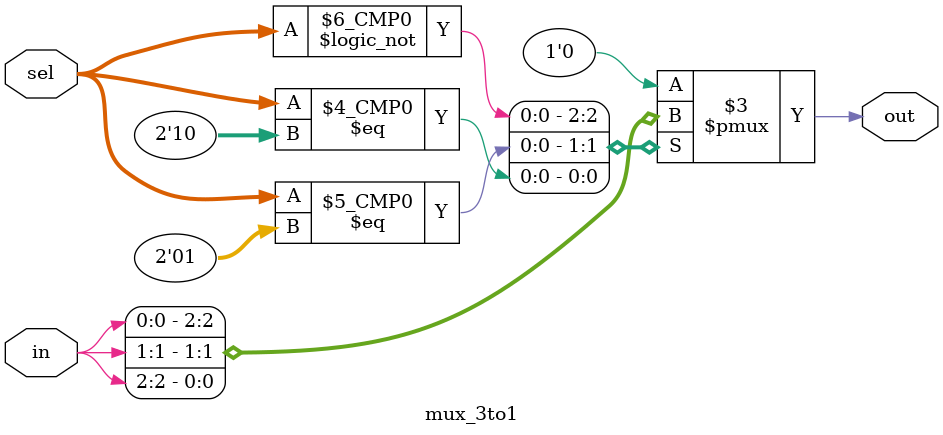
<source format=sv>
module mux_3to1 (
    input  logic [2:0] in,   // 3 input lines
    input  logic [1:0] sel,  // 2-bit select signal
    output logic out         // Output
);

    always_comb begin
        case (sel)
            2'b00: out = in[0]; // Select input 0
            2'b01: out = in[1]; // Select input 1
            2'b10: out = in[2]; // Select input 2
            default: out = 1'b0; // Default case
        endcase
    end

endmodule

</source>
